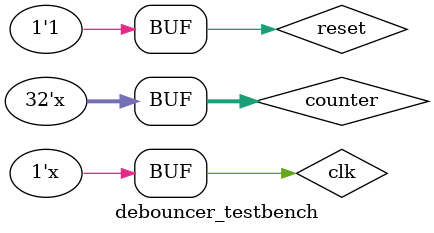
<source format=v>
`timescale 1ns / 1ps


module debouncer_testbench;

    // Inputs
    reg clk;
    reg reset;
    reg line;

    // Outputs
    wire debounced_line;
    reg [31:0] counter;

    // Instantiate the Unit Under Test (UUT)
    debouncer uut (
        .clk(clk), 
        .reset(reset), 
        .line(line), 
        .debounced_line(debounced_line)
    );

    initial begin
        // Initialize Inputs
        clk = 0;
        reset = 1;
        line = 1;
        counter = 0;

        // Wait 100 ns for global reset to finish
        #200
      reset = 0;
        // Add stimulus here
        #200
      reset = 1;
    end
    
    always
    begin
    #10 clk <= ~clk;
   counter <= counter + 1;
    if (counter == 60)
        line <= 0;
    if (counter == 360)
       line <= 1;
    end
      
endmodule


</source>
